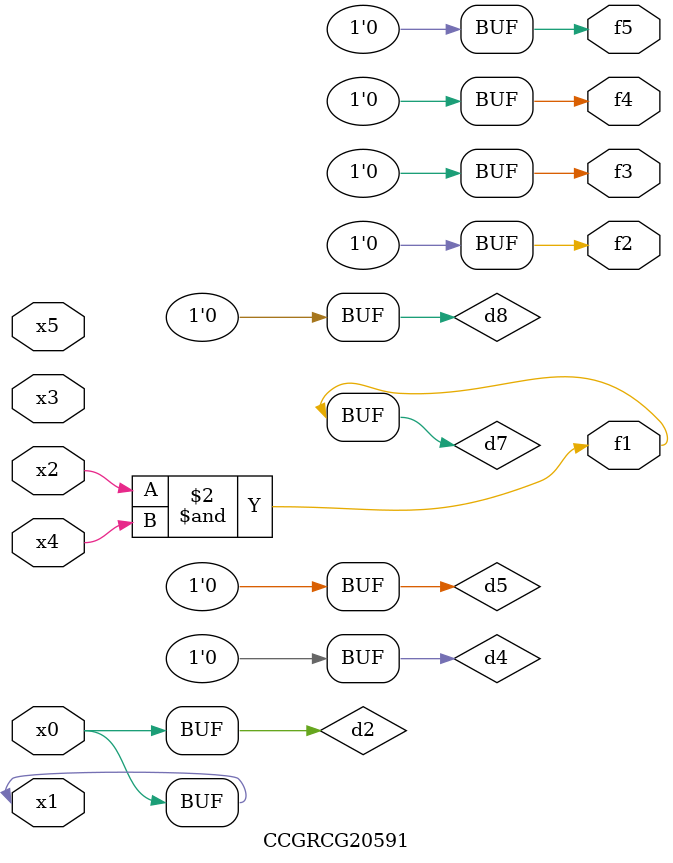
<source format=v>
module CCGRCG20591(
	input x0, x1, x2, x3, x4, x5,
	output f1, f2, f3, f4, f5
);

	wire d1, d2, d3, d4, d5, d6, d7, d8, d9;

	nand (d1, x1);
	buf (d2, x0, x1);
	nand (d3, x2, x4);
	and (d4, d1, d2);
	and (d5, d1, d2);
	nand (d6, d1, d3);
	not (d7, d3);
	xor (d8, d5);
	nor (d9, d5, d6);
	assign f1 = d7;
	assign f2 = d8;
	assign f3 = d8;
	assign f4 = d8;
	assign f5 = d8;
endmodule

</source>
